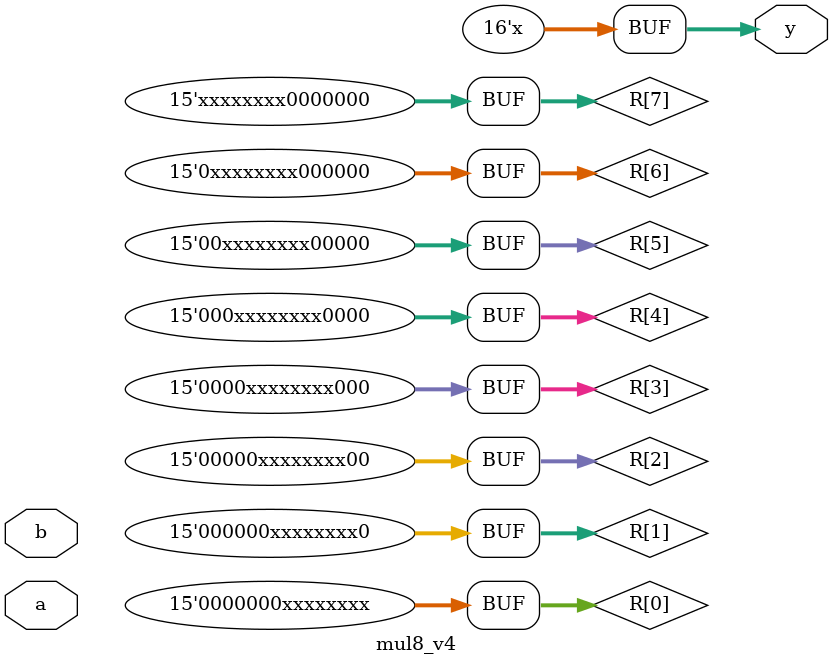
<source format=v>
module mul8_v4 (input [7:0] a,b, output [15:0] y);

	genvar i,j;
	wire [7:0]p[0:7];
	//wire [7:0] p[0];
	//wire [7:0] p[1]
	//wire [7:0] p[2]
	//wire [7:0] p[3]
	//wire [7:0] p[4]..
	
	
	//the block outside the alwaus is generator block
	
	for(i=0;i<8;i=i+1)	begin
		for (j=0;j<8;j=j+1) begin
			and Gij	(p[i][j],a[i],b[j]);
		end
	end
	
	
	wire [14:0] R[0:7];;
	
	assign R[0] = {7'b0000000,p[0]};
	assign R[1] = {6'b000000,p[1],1'b0};
	assign R[2] = {5'b00000,p[2],2'b00};
	assign R[3] = {4'b0000,p[3],3'b00};
	assign R[4] = {3'b00,p[4],4'b0000};
	assign R[5] = {2'b00,p[5],5'b00000};
	assign R[6] = {1'b0,p[6],6'b000000};
	assign R[7] = {p[7],7'b0000000};
	
	assign y=R[0]+R[1]+R[2]+R[3]+R[4]+R[5]+R[6]+R[7];
endmodule
			
</source>
